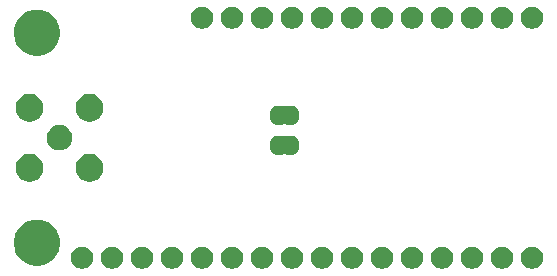
<source format=gbr>
G04 #@! TF.GenerationSoftware,KiCad,Pcbnew,(5.1.0-0)*
G04 #@! TF.CreationDate,2019-05-27T18:32:18+02:00*
G04 #@! TF.ProjectId,huzzah-cc112x-shield,68757a7a-6168-42d6-9363-313132782d73,1*
G04 #@! TF.SameCoordinates,Original*
G04 #@! TF.FileFunction,Soldermask,Bot*
G04 #@! TF.FilePolarity,Negative*
%FSLAX46Y46*%
G04 Gerber Fmt 4.6, Leading zero omitted, Abs format (unit mm)*
G04 Created by KiCad (PCBNEW (5.1.0-0)) date 2019-05-27 18:32:18*
%MOMM*%
%LPD*%
G04 APERTURE LIST*
%ADD10C,0.100000*%
G04 APERTURE END LIST*
D10*
G36*
X58059187Y-34021123D02*
G01*
X58230255Y-34091982D01*
X58230257Y-34091983D01*
X58307758Y-34143768D01*
X58384214Y-34194854D01*
X58515146Y-34325786D01*
X58618018Y-34479745D01*
X58688877Y-34650813D01*
X58725000Y-34832417D01*
X58725000Y-35017583D01*
X58688877Y-35199187D01*
X58618018Y-35370255D01*
X58618017Y-35370257D01*
X58515145Y-35524215D01*
X58384215Y-35655145D01*
X58230257Y-35758017D01*
X58230256Y-35758018D01*
X58230255Y-35758018D01*
X58059187Y-35828877D01*
X57877583Y-35865000D01*
X57692417Y-35865000D01*
X57510813Y-35828877D01*
X57339745Y-35758018D01*
X57339744Y-35758018D01*
X57339743Y-35758017D01*
X57185785Y-35655145D01*
X57054855Y-35524215D01*
X56951983Y-35370257D01*
X56951982Y-35370255D01*
X56881123Y-35199187D01*
X56845000Y-35017583D01*
X56845000Y-34832417D01*
X56881123Y-34650813D01*
X56951982Y-34479745D01*
X57054854Y-34325786D01*
X57185786Y-34194854D01*
X57262242Y-34143768D01*
X57339743Y-34091983D01*
X57339745Y-34091982D01*
X57510813Y-34021123D01*
X57692417Y-33985000D01*
X57877583Y-33985000D01*
X58059187Y-34021123D01*
X58059187Y-34021123D01*
G37*
G36*
X55519187Y-34021123D02*
G01*
X55690255Y-34091982D01*
X55690257Y-34091983D01*
X55767758Y-34143768D01*
X55844214Y-34194854D01*
X55975146Y-34325786D01*
X56078018Y-34479745D01*
X56148877Y-34650813D01*
X56185000Y-34832417D01*
X56185000Y-35017583D01*
X56148877Y-35199187D01*
X56078018Y-35370255D01*
X56078017Y-35370257D01*
X55975145Y-35524215D01*
X55844215Y-35655145D01*
X55690257Y-35758017D01*
X55690256Y-35758018D01*
X55690255Y-35758018D01*
X55519187Y-35828877D01*
X55337583Y-35865000D01*
X55152417Y-35865000D01*
X54970813Y-35828877D01*
X54799745Y-35758018D01*
X54799744Y-35758018D01*
X54799743Y-35758017D01*
X54645785Y-35655145D01*
X54514855Y-35524215D01*
X54411983Y-35370257D01*
X54411982Y-35370255D01*
X54341123Y-35199187D01*
X54305000Y-35017583D01*
X54305000Y-34832417D01*
X54341123Y-34650813D01*
X54411982Y-34479745D01*
X54514854Y-34325786D01*
X54645786Y-34194854D01*
X54722242Y-34143768D01*
X54799743Y-34091983D01*
X54799745Y-34091982D01*
X54970813Y-34021123D01*
X55152417Y-33985000D01*
X55337583Y-33985000D01*
X55519187Y-34021123D01*
X55519187Y-34021123D01*
G37*
G36*
X52979187Y-34021123D02*
G01*
X53150255Y-34091982D01*
X53150257Y-34091983D01*
X53227758Y-34143768D01*
X53304214Y-34194854D01*
X53435146Y-34325786D01*
X53538018Y-34479745D01*
X53608877Y-34650813D01*
X53645000Y-34832417D01*
X53645000Y-35017583D01*
X53608877Y-35199187D01*
X53538018Y-35370255D01*
X53538017Y-35370257D01*
X53435145Y-35524215D01*
X53304215Y-35655145D01*
X53150257Y-35758017D01*
X53150256Y-35758018D01*
X53150255Y-35758018D01*
X52979187Y-35828877D01*
X52797583Y-35865000D01*
X52612417Y-35865000D01*
X52430813Y-35828877D01*
X52259745Y-35758018D01*
X52259744Y-35758018D01*
X52259743Y-35758017D01*
X52105785Y-35655145D01*
X51974855Y-35524215D01*
X51871983Y-35370257D01*
X51871982Y-35370255D01*
X51801123Y-35199187D01*
X51765000Y-35017583D01*
X51765000Y-34832417D01*
X51801123Y-34650813D01*
X51871982Y-34479745D01*
X51974854Y-34325786D01*
X52105786Y-34194854D01*
X52182242Y-34143768D01*
X52259743Y-34091983D01*
X52259745Y-34091982D01*
X52430813Y-34021123D01*
X52612417Y-33985000D01*
X52797583Y-33985000D01*
X52979187Y-34021123D01*
X52979187Y-34021123D01*
G37*
G36*
X50439187Y-34021123D02*
G01*
X50610255Y-34091982D01*
X50610257Y-34091983D01*
X50687758Y-34143768D01*
X50764214Y-34194854D01*
X50895146Y-34325786D01*
X50998018Y-34479745D01*
X51068877Y-34650813D01*
X51105000Y-34832417D01*
X51105000Y-35017583D01*
X51068877Y-35199187D01*
X50998018Y-35370255D01*
X50998017Y-35370257D01*
X50895145Y-35524215D01*
X50764215Y-35655145D01*
X50610257Y-35758017D01*
X50610256Y-35758018D01*
X50610255Y-35758018D01*
X50439187Y-35828877D01*
X50257583Y-35865000D01*
X50072417Y-35865000D01*
X49890813Y-35828877D01*
X49719745Y-35758018D01*
X49719744Y-35758018D01*
X49719743Y-35758017D01*
X49565785Y-35655145D01*
X49434855Y-35524215D01*
X49331983Y-35370257D01*
X49331982Y-35370255D01*
X49261123Y-35199187D01*
X49225000Y-35017583D01*
X49225000Y-34832417D01*
X49261123Y-34650813D01*
X49331982Y-34479745D01*
X49434854Y-34325786D01*
X49565786Y-34194854D01*
X49642242Y-34143768D01*
X49719743Y-34091983D01*
X49719745Y-34091982D01*
X49890813Y-34021123D01*
X50072417Y-33985000D01*
X50257583Y-33985000D01*
X50439187Y-34021123D01*
X50439187Y-34021123D01*
G37*
G36*
X47899187Y-34021123D02*
G01*
X48070255Y-34091982D01*
X48070257Y-34091983D01*
X48147758Y-34143768D01*
X48224214Y-34194854D01*
X48355146Y-34325786D01*
X48458018Y-34479745D01*
X48528877Y-34650813D01*
X48565000Y-34832417D01*
X48565000Y-35017583D01*
X48528877Y-35199187D01*
X48458018Y-35370255D01*
X48458017Y-35370257D01*
X48355145Y-35524215D01*
X48224215Y-35655145D01*
X48070257Y-35758017D01*
X48070256Y-35758018D01*
X48070255Y-35758018D01*
X47899187Y-35828877D01*
X47717583Y-35865000D01*
X47532417Y-35865000D01*
X47350813Y-35828877D01*
X47179745Y-35758018D01*
X47179744Y-35758018D01*
X47179743Y-35758017D01*
X47025785Y-35655145D01*
X46894855Y-35524215D01*
X46791983Y-35370257D01*
X46791982Y-35370255D01*
X46721123Y-35199187D01*
X46685000Y-35017583D01*
X46685000Y-34832417D01*
X46721123Y-34650813D01*
X46791982Y-34479745D01*
X46894854Y-34325786D01*
X47025786Y-34194854D01*
X47102242Y-34143768D01*
X47179743Y-34091983D01*
X47179745Y-34091982D01*
X47350813Y-34021123D01*
X47532417Y-33985000D01*
X47717583Y-33985000D01*
X47899187Y-34021123D01*
X47899187Y-34021123D01*
G37*
G36*
X45359187Y-34021123D02*
G01*
X45530255Y-34091982D01*
X45530257Y-34091983D01*
X45607758Y-34143768D01*
X45684214Y-34194854D01*
X45815146Y-34325786D01*
X45918018Y-34479745D01*
X45988877Y-34650813D01*
X46025000Y-34832417D01*
X46025000Y-35017583D01*
X45988877Y-35199187D01*
X45918018Y-35370255D01*
X45918017Y-35370257D01*
X45815145Y-35524215D01*
X45684215Y-35655145D01*
X45530257Y-35758017D01*
X45530256Y-35758018D01*
X45530255Y-35758018D01*
X45359187Y-35828877D01*
X45177583Y-35865000D01*
X44992417Y-35865000D01*
X44810813Y-35828877D01*
X44639745Y-35758018D01*
X44639744Y-35758018D01*
X44639743Y-35758017D01*
X44485785Y-35655145D01*
X44354855Y-35524215D01*
X44251983Y-35370257D01*
X44251982Y-35370255D01*
X44181123Y-35199187D01*
X44145000Y-35017583D01*
X44145000Y-34832417D01*
X44181123Y-34650813D01*
X44251982Y-34479745D01*
X44354854Y-34325786D01*
X44485786Y-34194854D01*
X44562242Y-34143768D01*
X44639743Y-34091983D01*
X44639745Y-34091982D01*
X44810813Y-34021123D01*
X44992417Y-33985000D01*
X45177583Y-33985000D01*
X45359187Y-34021123D01*
X45359187Y-34021123D01*
G37*
G36*
X42819187Y-34021123D02*
G01*
X42990255Y-34091982D01*
X42990257Y-34091983D01*
X43067758Y-34143768D01*
X43144214Y-34194854D01*
X43275146Y-34325786D01*
X43378018Y-34479745D01*
X43448877Y-34650813D01*
X43485000Y-34832417D01*
X43485000Y-35017583D01*
X43448877Y-35199187D01*
X43378018Y-35370255D01*
X43378017Y-35370257D01*
X43275145Y-35524215D01*
X43144215Y-35655145D01*
X42990257Y-35758017D01*
X42990256Y-35758018D01*
X42990255Y-35758018D01*
X42819187Y-35828877D01*
X42637583Y-35865000D01*
X42452417Y-35865000D01*
X42270813Y-35828877D01*
X42099745Y-35758018D01*
X42099744Y-35758018D01*
X42099743Y-35758017D01*
X41945785Y-35655145D01*
X41814855Y-35524215D01*
X41711983Y-35370257D01*
X41711982Y-35370255D01*
X41641123Y-35199187D01*
X41605000Y-35017583D01*
X41605000Y-34832417D01*
X41641123Y-34650813D01*
X41711982Y-34479745D01*
X41814854Y-34325786D01*
X41945786Y-34194854D01*
X42022242Y-34143768D01*
X42099743Y-34091983D01*
X42099745Y-34091982D01*
X42270813Y-34021123D01*
X42452417Y-33985000D01*
X42637583Y-33985000D01*
X42819187Y-34021123D01*
X42819187Y-34021123D01*
G37*
G36*
X40279187Y-34021123D02*
G01*
X40450255Y-34091982D01*
X40450257Y-34091983D01*
X40527758Y-34143768D01*
X40604214Y-34194854D01*
X40735146Y-34325786D01*
X40838018Y-34479745D01*
X40908877Y-34650813D01*
X40945000Y-34832417D01*
X40945000Y-35017583D01*
X40908877Y-35199187D01*
X40838018Y-35370255D01*
X40838017Y-35370257D01*
X40735145Y-35524215D01*
X40604215Y-35655145D01*
X40450257Y-35758017D01*
X40450256Y-35758018D01*
X40450255Y-35758018D01*
X40279187Y-35828877D01*
X40097583Y-35865000D01*
X39912417Y-35865000D01*
X39730813Y-35828877D01*
X39559745Y-35758018D01*
X39559744Y-35758018D01*
X39559743Y-35758017D01*
X39405785Y-35655145D01*
X39274855Y-35524215D01*
X39171983Y-35370257D01*
X39171982Y-35370255D01*
X39101123Y-35199187D01*
X39065000Y-35017583D01*
X39065000Y-34832417D01*
X39101123Y-34650813D01*
X39171982Y-34479745D01*
X39274854Y-34325786D01*
X39405786Y-34194854D01*
X39482242Y-34143768D01*
X39559743Y-34091983D01*
X39559745Y-34091982D01*
X39730813Y-34021123D01*
X39912417Y-33985000D01*
X40097583Y-33985000D01*
X40279187Y-34021123D01*
X40279187Y-34021123D01*
G37*
G36*
X37739187Y-34021123D02*
G01*
X37910255Y-34091982D01*
X37910257Y-34091983D01*
X37987758Y-34143768D01*
X38064214Y-34194854D01*
X38195146Y-34325786D01*
X38298018Y-34479745D01*
X38368877Y-34650813D01*
X38405000Y-34832417D01*
X38405000Y-35017583D01*
X38368877Y-35199187D01*
X38298018Y-35370255D01*
X38298017Y-35370257D01*
X38195145Y-35524215D01*
X38064215Y-35655145D01*
X37910257Y-35758017D01*
X37910256Y-35758018D01*
X37910255Y-35758018D01*
X37739187Y-35828877D01*
X37557583Y-35865000D01*
X37372417Y-35865000D01*
X37190813Y-35828877D01*
X37019745Y-35758018D01*
X37019744Y-35758018D01*
X37019743Y-35758017D01*
X36865785Y-35655145D01*
X36734855Y-35524215D01*
X36631983Y-35370257D01*
X36631982Y-35370255D01*
X36561123Y-35199187D01*
X36525000Y-35017583D01*
X36525000Y-34832417D01*
X36561123Y-34650813D01*
X36631982Y-34479745D01*
X36734854Y-34325786D01*
X36865786Y-34194854D01*
X36942242Y-34143768D01*
X37019743Y-34091983D01*
X37019745Y-34091982D01*
X37190813Y-34021123D01*
X37372417Y-33985000D01*
X37557583Y-33985000D01*
X37739187Y-34021123D01*
X37739187Y-34021123D01*
G37*
G36*
X35199187Y-34021123D02*
G01*
X35370255Y-34091982D01*
X35370257Y-34091983D01*
X35447758Y-34143768D01*
X35524214Y-34194854D01*
X35655146Y-34325786D01*
X35758018Y-34479745D01*
X35828877Y-34650813D01*
X35865000Y-34832417D01*
X35865000Y-35017583D01*
X35828877Y-35199187D01*
X35758018Y-35370255D01*
X35758017Y-35370257D01*
X35655145Y-35524215D01*
X35524215Y-35655145D01*
X35370257Y-35758017D01*
X35370256Y-35758018D01*
X35370255Y-35758018D01*
X35199187Y-35828877D01*
X35017583Y-35865000D01*
X34832417Y-35865000D01*
X34650813Y-35828877D01*
X34479745Y-35758018D01*
X34479744Y-35758018D01*
X34479743Y-35758017D01*
X34325785Y-35655145D01*
X34194855Y-35524215D01*
X34091983Y-35370257D01*
X34091982Y-35370255D01*
X34021123Y-35199187D01*
X33985000Y-35017583D01*
X33985000Y-34832417D01*
X34021123Y-34650813D01*
X34091982Y-34479745D01*
X34194854Y-34325786D01*
X34325786Y-34194854D01*
X34402242Y-34143768D01*
X34479743Y-34091983D01*
X34479745Y-34091982D01*
X34650813Y-34021123D01*
X34832417Y-33985000D01*
X35017583Y-33985000D01*
X35199187Y-34021123D01*
X35199187Y-34021123D01*
G37*
G36*
X32659187Y-34021123D02*
G01*
X32830255Y-34091982D01*
X32830257Y-34091983D01*
X32907758Y-34143768D01*
X32984214Y-34194854D01*
X33115146Y-34325786D01*
X33218018Y-34479745D01*
X33288877Y-34650813D01*
X33325000Y-34832417D01*
X33325000Y-35017583D01*
X33288877Y-35199187D01*
X33218018Y-35370255D01*
X33218017Y-35370257D01*
X33115145Y-35524215D01*
X32984215Y-35655145D01*
X32830257Y-35758017D01*
X32830256Y-35758018D01*
X32830255Y-35758018D01*
X32659187Y-35828877D01*
X32477583Y-35865000D01*
X32292417Y-35865000D01*
X32110813Y-35828877D01*
X31939745Y-35758018D01*
X31939744Y-35758018D01*
X31939743Y-35758017D01*
X31785785Y-35655145D01*
X31654855Y-35524215D01*
X31551983Y-35370257D01*
X31551982Y-35370255D01*
X31481123Y-35199187D01*
X31445000Y-35017583D01*
X31445000Y-34832417D01*
X31481123Y-34650813D01*
X31551982Y-34479745D01*
X31654854Y-34325786D01*
X31785786Y-34194854D01*
X31862242Y-34143768D01*
X31939743Y-34091983D01*
X31939745Y-34091982D01*
X32110813Y-34021123D01*
X32292417Y-33985000D01*
X32477583Y-33985000D01*
X32659187Y-34021123D01*
X32659187Y-34021123D01*
G37*
G36*
X30119187Y-34021123D02*
G01*
X30290255Y-34091982D01*
X30290257Y-34091983D01*
X30367758Y-34143768D01*
X30444214Y-34194854D01*
X30575146Y-34325786D01*
X30678018Y-34479745D01*
X30748877Y-34650813D01*
X30785000Y-34832417D01*
X30785000Y-35017583D01*
X30748877Y-35199187D01*
X30678018Y-35370255D01*
X30678017Y-35370257D01*
X30575145Y-35524215D01*
X30444215Y-35655145D01*
X30290257Y-35758017D01*
X30290256Y-35758018D01*
X30290255Y-35758018D01*
X30119187Y-35828877D01*
X29937583Y-35865000D01*
X29752417Y-35865000D01*
X29570813Y-35828877D01*
X29399745Y-35758018D01*
X29399744Y-35758018D01*
X29399743Y-35758017D01*
X29245785Y-35655145D01*
X29114855Y-35524215D01*
X29011983Y-35370257D01*
X29011982Y-35370255D01*
X28941123Y-35199187D01*
X28905000Y-35017583D01*
X28905000Y-34832417D01*
X28941123Y-34650813D01*
X29011982Y-34479745D01*
X29114854Y-34325786D01*
X29245786Y-34194854D01*
X29322242Y-34143768D01*
X29399743Y-34091983D01*
X29399745Y-34091982D01*
X29570813Y-34021123D01*
X29752417Y-33985000D01*
X29937583Y-33985000D01*
X30119187Y-34021123D01*
X30119187Y-34021123D01*
G37*
G36*
X27579187Y-34021123D02*
G01*
X27750255Y-34091982D01*
X27750257Y-34091983D01*
X27827758Y-34143768D01*
X27904214Y-34194854D01*
X28035146Y-34325786D01*
X28138018Y-34479745D01*
X28208877Y-34650813D01*
X28245000Y-34832417D01*
X28245000Y-35017583D01*
X28208877Y-35199187D01*
X28138018Y-35370255D01*
X28138017Y-35370257D01*
X28035145Y-35524215D01*
X27904215Y-35655145D01*
X27750257Y-35758017D01*
X27750256Y-35758018D01*
X27750255Y-35758018D01*
X27579187Y-35828877D01*
X27397583Y-35865000D01*
X27212417Y-35865000D01*
X27030813Y-35828877D01*
X26859745Y-35758018D01*
X26859744Y-35758018D01*
X26859743Y-35758017D01*
X26705785Y-35655145D01*
X26574855Y-35524215D01*
X26471983Y-35370257D01*
X26471982Y-35370255D01*
X26401123Y-35199187D01*
X26365000Y-35017583D01*
X26365000Y-34832417D01*
X26401123Y-34650813D01*
X26471982Y-34479745D01*
X26574854Y-34325786D01*
X26705786Y-34194854D01*
X26782242Y-34143768D01*
X26859743Y-34091983D01*
X26859745Y-34091982D01*
X27030813Y-34021123D01*
X27212417Y-33985000D01*
X27397583Y-33985000D01*
X27579187Y-34021123D01*
X27579187Y-34021123D01*
G37*
G36*
X25039187Y-34021123D02*
G01*
X25210255Y-34091982D01*
X25210257Y-34091983D01*
X25287758Y-34143768D01*
X25364214Y-34194854D01*
X25495146Y-34325786D01*
X25598018Y-34479745D01*
X25668877Y-34650813D01*
X25705000Y-34832417D01*
X25705000Y-35017583D01*
X25668877Y-35199187D01*
X25598018Y-35370255D01*
X25598017Y-35370257D01*
X25495145Y-35524215D01*
X25364215Y-35655145D01*
X25210257Y-35758017D01*
X25210256Y-35758018D01*
X25210255Y-35758018D01*
X25039187Y-35828877D01*
X24857583Y-35865000D01*
X24672417Y-35865000D01*
X24490813Y-35828877D01*
X24319745Y-35758018D01*
X24319744Y-35758018D01*
X24319743Y-35758017D01*
X24165785Y-35655145D01*
X24034855Y-35524215D01*
X23931983Y-35370257D01*
X23931982Y-35370255D01*
X23861123Y-35199187D01*
X23825000Y-35017583D01*
X23825000Y-34832417D01*
X23861123Y-34650813D01*
X23931982Y-34479745D01*
X24034854Y-34325786D01*
X24165786Y-34194854D01*
X24242242Y-34143768D01*
X24319743Y-34091983D01*
X24319745Y-34091982D01*
X24490813Y-34021123D01*
X24672417Y-33985000D01*
X24857583Y-33985000D01*
X25039187Y-34021123D01*
X25039187Y-34021123D01*
G37*
G36*
X22499187Y-34021123D02*
G01*
X22670255Y-34091982D01*
X22670257Y-34091983D01*
X22747758Y-34143768D01*
X22824214Y-34194854D01*
X22955146Y-34325786D01*
X23058018Y-34479745D01*
X23128877Y-34650813D01*
X23165000Y-34832417D01*
X23165000Y-35017583D01*
X23128877Y-35199187D01*
X23058018Y-35370255D01*
X23058017Y-35370257D01*
X22955145Y-35524215D01*
X22824215Y-35655145D01*
X22670257Y-35758017D01*
X22670256Y-35758018D01*
X22670255Y-35758018D01*
X22499187Y-35828877D01*
X22317583Y-35865000D01*
X22132417Y-35865000D01*
X21950813Y-35828877D01*
X21779745Y-35758018D01*
X21779744Y-35758018D01*
X21779743Y-35758017D01*
X21625785Y-35655145D01*
X21494855Y-35524215D01*
X21391983Y-35370257D01*
X21391982Y-35370255D01*
X21321123Y-35199187D01*
X21285000Y-35017583D01*
X21285000Y-34832417D01*
X21321123Y-34650813D01*
X21391982Y-34479745D01*
X21494854Y-34325786D01*
X21625786Y-34194854D01*
X21702242Y-34143768D01*
X21779743Y-34091983D01*
X21779745Y-34091982D01*
X21950813Y-34021123D01*
X22132417Y-33985000D01*
X22317583Y-33985000D01*
X22499187Y-34021123D01*
X22499187Y-34021123D01*
G37*
G36*
X19959187Y-34021123D02*
G01*
X20130255Y-34091982D01*
X20130257Y-34091983D01*
X20207758Y-34143768D01*
X20284214Y-34194854D01*
X20415146Y-34325786D01*
X20518018Y-34479745D01*
X20588877Y-34650813D01*
X20625000Y-34832417D01*
X20625000Y-35017583D01*
X20588877Y-35199187D01*
X20518018Y-35370255D01*
X20518017Y-35370257D01*
X20415145Y-35524215D01*
X20284215Y-35655145D01*
X20130257Y-35758017D01*
X20130256Y-35758018D01*
X20130255Y-35758018D01*
X19959187Y-35828877D01*
X19777583Y-35865000D01*
X19592417Y-35865000D01*
X19410813Y-35828877D01*
X19239745Y-35758018D01*
X19239744Y-35758018D01*
X19239743Y-35758017D01*
X19085785Y-35655145D01*
X18954855Y-35524215D01*
X18851983Y-35370257D01*
X18851982Y-35370255D01*
X18781123Y-35199187D01*
X18745000Y-35017583D01*
X18745000Y-34832417D01*
X18781123Y-34650813D01*
X18851982Y-34479745D01*
X18954854Y-34325786D01*
X19085786Y-34194854D01*
X19162242Y-34143768D01*
X19239743Y-34091983D01*
X19239745Y-34091982D01*
X19410813Y-34021123D01*
X19592417Y-33985000D01*
X19777583Y-33985000D01*
X19959187Y-34021123D01*
X19959187Y-34021123D01*
G37*
G36*
X16319579Y-31749112D02*
G01*
X16445544Y-31774168D01*
X16592991Y-31835243D01*
X16801512Y-31921615D01*
X16801513Y-31921616D01*
X17121877Y-32135676D01*
X17394324Y-32408123D01*
X17537355Y-32622184D01*
X17608385Y-32728488D01*
X17694757Y-32937009D01*
X17755832Y-33084456D01*
X17831000Y-33462351D01*
X17831000Y-33847649D01*
X17755832Y-34225544D01*
X17714310Y-34325786D01*
X17608385Y-34581512D01*
X17608384Y-34581513D01*
X17394324Y-34901877D01*
X17121877Y-35174324D01*
X17084665Y-35199188D01*
X16801512Y-35388385D01*
X16592991Y-35474757D01*
X16445544Y-35535832D01*
X16319579Y-35560888D01*
X16067651Y-35611000D01*
X15682349Y-35611000D01*
X15430421Y-35560888D01*
X15304456Y-35535832D01*
X15157009Y-35474757D01*
X14948488Y-35388385D01*
X14665335Y-35199188D01*
X14628123Y-35174324D01*
X14355676Y-34901877D01*
X14141616Y-34581513D01*
X14141615Y-34581512D01*
X14035690Y-34325786D01*
X13994168Y-34225544D01*
X13919000Y-33847649D01*
X13919000Y-33462351D01*
X13994168Y-33084456D01*
X14055243Y-32937009D01*
X14141615Y-32728488D01*
X14212645Y-32622184D01*
X14355676Y-32408123D01*
X14628123Y-32135676D01*
X14948487Y-31921616D01*
X14948488Y-31921615D01*
X15157009Y-31835243D01*
X15304456Y-31774168D01*
X15430421Y-31749112D01*
X15682349Y-31699000D01*
X16067651Y-31699000D01*
X16319579Y-31749112D01*
X16319579Y-31749112D01*
G37*
G36*
X20482616Y-26138307D02*
G01*
X20663027Y-26174193D01*
X20877045Y-26262842D01*
X20877046Y-26262843D01*
X21069654Y-26391539D01*
X21233461Y-26555346D01*
X21319258Y-26683751D01*
X21362158Y-26747955D01*
X21450807Y-26961973D01*
X21496000Y-27189174D01*
X21496000Y-27420826D01*
X21450807Y-27648027D01*
X21362158Y-27862045D01*
X21362157Y-27862046D01*
X21233461Y-28054654D01*
X21069654Y-28218461D01*
X20941249Y-28304258D01*
X20877045Y-28347158D01*
X20663027Y-28435807D01*
X20511560Y-28465936D01*
X20435827Y-28481000D01*
X20204173Y-28481000D01*
X20128440Y-28465936D01*
X19976973Y-28435807D01*
X19762955Y-28347158D01*
X19698751Y-28304258D01*
X19570346Y-28218461D01*
X19406539Y-28054654D01*
X19277843Y-27862046D01*
X19277842Y-27862045D01*
X19189193Y-27648027D01*
X19144000Y-27420826D01*
X19144000Y-27189174D01*
X19189193Y-26961973D01*
X19277842Y-26747955D01*
X19320742Y-26683751D01*
X19406539Y-26555346D01*
X19570346Y-26391539D01*
X19762954Y-26262843D01*
X19762955Y-26262842D01*
X19976973Y-26174193D01*
X20157384Y-26138307D01*
X20204173Y-26129000D01*
X20435827Y-26129000D01*
X20482616Y-26138307D01*
X20482616Y-26138307D01*
G37*
G36*
X15402616Y-26138307D02*
G01*
X15583027Y-26174193D01*
X15797045Y-26262842D01*
X15797046Y-26262843D01*
X15989654Y-26391539D01*
X16153461Y-26555346D01*
X16239258Y-26683751D01*
X16282158Y-26747955D01*
X16370807Y-26961973D01*
X16416000Y-27189174D01*
X16416000Y-27420826D01*
X16370807Y-27648027D01*
X16282158Y-27862045D01*
X16282157Y-27862046D01*
X16153461Y-28054654D01*
X15989654Y-28218461D01*
X15861249Y-28304258D01*
X15797045Y-28347158D01*
X15583027Y-28435807D01*
X15431560Y-28465936D01*
X15355827Y-28481000D01*
X15124173Y-28481000D01*
X15048440Y-28465936D01*
X14896973Y-28435807D01*
X14682955Y-28347158D01*
X14618751Y-28304258D01*
X14490346Y-28218461D01*
X14326539Y-28054654D01*
X14197843Y-27862046D01*
X14197842Y-27862045D01*
X14109193Y-27648027D01*
X14064000Y-27420826D01*
X14064000Y-27189174D01*
X14109193Y-26961973D01*
X14197842Y-26747955D01*
X14240742Y-26683751D01*
X14326539Y-26555346D01*
X14490346Y-26391539D01*
X14682954Y-26262843D01*
X14682955Y-26262842D01*
X14896973Y-26174193D01*
X15077384Y-26138307D01*
X15124173Y-26129000D01*
X15355827Y-26129000D01*
X15402616Y-26138307D01*
X15402616Y-26138307D01*
G37*
G36*
X36689999Y-24599737D02*
G01*
X36699608Y-24602652D01*
X36708472Y-24607390D01*
X36716237Y-24613763D01*
X36726448Y-24626206D01*
X36733378Y-24636575D01*
X36750705Y-24653902D01*
X36771080Y-24667515D01*
X36793720Y-24676891D01*
X36817753Y-24681671D01*
X36842257Y-24681670D01*
X36866290Y-24676888D01*
X36888929Y-24667510D01*
X36909302Y-24653895D01*
X36926629Y-24636568D01*
X36933558Y-24626198D01*
X36943763Y-24613763D01*
X36951528Y-24607390D01*
X36960392Y-24602652D01*
X36970001Y-24599737D01*
X36986140Y-24598148D01*
X37473861Y-24598148D01*
X37492199Y-24599954D01*
X37504450Y-24600556D01*
X37522869Y-24600556D01*
X37545149Y-24602750D01*
X37629233Y-24619476D01*
X37650660Y-24625976D01*
X37729858Y-24658780D01*
X37735303Y-24661691D01*
X37735309Y-24661693D01*
X37744169Y-24666429D01*
X37744173Y-24666432D01*
X37749614Y-24669340D01*
X37820899Y-24716971D01*
X37838204Y-24731172D01*
X37898828Y-24791796D01*
X37913029Y-24809101D01*
X37960660Y-24880386D01*
X37963568Y-24885827D01*
X37963571Y-24885831D01*
X37968307Y-24894691D01*
X37968309Y-24894697D01*
X37971220Y-24900142D01*
X38004024Y-24979340D01*
X38010524Y-25000767D01*
X38027250Y-25084851D01*
X38029444Y-25107131D01*
X38029444Y-25125550D01*
X38030046Y-25137801D01*
X38031852Y-25156139D01*
X38031852Y-25643862D01*
X38030046Y-25662199D01*
X38029444Y-25674450D01*
X38029444Y-25692869D01*
X38027250Y-25715149D01*
X38010524Y-25799233D01*
X38004024Y-25820660D01*
X37971220Y-25899858D01*
X37968309Y-25905303D01*
X37968307Y-25905309D01*
X37963571Y-25914169D01*
X37963568Y-25914173D01*
X37960660Y-25919614D01*
X37913029Y-25990899D01*
X37898828Y-26008204D01*
X37838204Y-26068828D01*
X37820899Y-26083029D01*
X37749614Y-26130660D01*
X37744173Y-26133568D01*
X37744169Y-26133571D01*
X37735309Y-26138307D01*
X37735303Y-26138309D01*
X37729858Y-26141220D01*
X37650660Y-26174024D01*
X37629233Y-26180524D01*
X37545149Y-26197250D01*
X37522869Y-26199444D01*
X37504450Y-26199444D01*
X37492199Y-26200046D01*
X37473862Y-26201852D01*
X36986140Y-26201852D01*
X36970001Y-26200263D01*
X36960392Y-26197348D01*
X36951528Y-26192610D01*
X36943763Y-26186237D01*
X36933552Y-26173794D01*
X36926622Y-26163425D01*
X36909295Y-26146098D01*
X36888920Y-26132485D01*
X36866280Y-26123109D01*
X36842247Y-26118329D01*
X36817743Y-26118330D01*
X36793710Y-26123112D01*
X36771071Y-26132490D01*
X36750698Y-26146105D01*
X36733371Y-26163432D01*
X36726442Y-26173802D01*
X36716237Y-26186237D01*
X36708472Y-26192610D01*
X36699608Y-26197348D01*
X36689999Y-26200263D01*
X36673860Y-26201852D01*
X36186138Y-26201852D01*
X36167801Y-26200046D01*
X36155550Y-26199444D01*
X36137131Y-26199444D01*
X36114851Y-26197250D01*
X36030767Y-26180524D01*
X36009340Y-26174024D01*
X35930142Y-26141220D01*
X35924697Y-26138309D01*
X35924691Y-26138307D01*
X35915831Y-26133571D01*
X35915827Y-26133568D01*
X35910386Y-26130660D01*
X35839101Y-26083029D01*
X35821796Y-26068828D01*
X35761172Y-26008204D01*
X35746971Y-25990899D01*
X35699340Y-25919614D01*
X35696432Y-25914173D01*
X35696429Y-25914169D01*
X35691693Y-25905309D01*
X35691691Y-25905303D01*
X35688780Y-25899858D01*
X35655976Y-25820660D01*
X35649476Y-25799233D01*
X35632750Y-25715149D01*
X35630556Y-25692869D01*
X35630556Y-25674450D01*
X35629954Y-25662199D01*
X35628148Y-25643862D01*
X35628148Y-25156139D01*
X35629954Y-25137801D01*
X35630556Y-25125550D01*
X35630556Y-25107131D01*
X35632750Y-25084851D01*
X35649476Y-25000767D01*
X35655976Y-24979340D01*
X35688780Y-24900142D01*
X35691691Y-24894697D01*
X35691693Y-24894691D01*
X35696429Y-24885831D01*
X35696432Y-24885827D01*
X35699340Y-24880386D01*
X35746971Y-24809101D01*
X35761172Y-24791796D01*
X35821796Y-24731172D01*
X35839101Y-24716971D01*
X35910386Y-24669340D01*
X35915827Y-24666432D01*
X35915831Y-24666429D01*
X35924691Y-24661693D01*
X35924697Y-24661691D01*
X35930142Y-24658780D01*
X36009340Y-24625976D01*
X36030767Y-24619476D01*
X36114851Y-24602750D01*
X36137131Y-24600556D01*
X36155550Y-24600556D01*
X36167801Y-24599954D01*
X36186139Y-24598148D01*
X36673860Y-24598148D01*
X36689999Y-24599737D01*
X36689999Y-24599737D01*
G37*
G36*
X17955271Y-23702783D02*
G01*
X18093858Y-23730350D01*
X18289677Y-23811461D01*
X18465910Y-23929216D01*
X18615784Y-24079090D01*
X18733539Y-24255323D01*
X18814650Y-24451142D01*
X18814650Y-24451144D01*
X18856000Y-24659022D01*
X18856000Y-24870978D01*
X18851283Y-24894691D01*
X18814650Y-25078858D01*
X18733539Y-25274677D01*
X18615784Y-25450910D01*
X18465910Y-25600784D01*
X18289677Y-25718539D01*
X18093858Y-25799650D01*
X17988233Y-25820660D01*
X17885978Y-25841000D01*
X17674022Y-25841000D01*
X17571767Y-25820660D01*
X17466142Y-25799650D01*
X17270323Y-25718539D01*
X17094090Y-25600784D01*
X16944216Y-25450910D01*
X16826461Y-25274677D01*
X16745350Y-25078858D01*
X16708717Y-24894691D01*
X16704000Y-24870978D01*
X16704000Y-24659022D01*
X16745350Y-24451144D01*
X16745350Y-24451142D01*
X16826461Y-24255323D01*
X16944216Y-24079090D01*
X17094090Y-23929216D01*
X17270323Y-23811461D01*
X17466142Y-23730350D01*
X17604729Y-23702783D01*
X17674022Y-23689000D01*
X17885978Y-23689000D01*
X17955271Y-23702783D01*
X17955271Y-23702783D01*
G37*
G36*
X36689999Y-22059737D02*
G01*
X36699608Y-22062652D01*
X36708472Y-22067390D01*
X36716237Y-22073763D01*
X36726448Y-22086206D01*
X36733378Y-22096575D01*
X36750705Y-22113902D01*
X36771080Y-22127515D01*
X36793720Y-22136891D01*
X36817753Y-22141671D01*
X36842257Y-22141670D01*
X36866290Y-22136888D01*
X36888929Y-22127510D01*
X36909302Y-22113895D01*
X36926629Y-22096568D01*
X36933558Y-22086198D01*
X36943763Y-22073763D01*
X36951528Y-22067390D01*
X36960392Y-22062652D01*
X36970001Y-22059737D01*
X36986140Y-22058148D01*
X37473861Y-22058148D01*
X37492199Y-22059954D01*
X37504450Y-22060556D01*
X37522869Y-22060556D01*
X37545149Y-22062750D01*
X37629233Y-22079476D01*
X37650660Y-22085976D01*
X37729858Y-22118780D01*
X37735303Y-22121691D01*
X37735309Y-22121693D01*
X37744169Y-22126429D01*
X37744173Y-22126432D01*
X37749614Y-22129340D01*
X37820899Y-22176971D01*
X37838204Y-22191172D01*
X37898828Y-22251796D01*
X37913029Y-22269101D01*
X37960660Y-22340386D01*
X37963568Y-22345827D01*
X37963571Y-22345831D01*
X37968307Y-22354691D01*
X37968309Y-22354697D01*
X37971220Y-22360142D01*
X38004024Y-22439340D01*
X38010524Y-22460767D01*
X38027250Y-22544851D01*
X38029444Y-22567131D01*
X38029444Y-22585550D01*
X38030046Y-22597801D01*
X38031852Y-22616139D01*
X38031852Y-23103862D01*
X38030046Y-23122199D01*
X38029444Y-23134450D01*
X38029444Y-23152869D01*
X38027250Y-23175149D01*
X38010524Y-23259233D01*
X38004024Y-23280660D01*
X37971220Y-23359858D01*
X37968309Y-23365303D01*
X37968307Y-23365309D01*
X37963571Y-23374169D01*
X37963568Y-23374173D01*
X37960660Y-23379614D01*
X37913029Y-23450899D01*
X37898828Y-23468204D01*
X37838204Y-23528828D01*
X37820899Y-23543029D01*
X37749614Y-23590660D01*
X37744173Y-23593568D01*
X37744169Y-23593571D01*
X37735309Y-23598307D01*
X37735303Y-23598309D01*
X37729858Y-23601220D01*
X37650660Y-23634024D01*
X37629233Y-23640524D01*
X37545149Y-23657250D01*
X37522869Y-23659444D01*
X37504450Y-23659444D01*
X37492199Y-23660046D01*
X37473862Y-23661852D01*
X36986140Y-23661852D01*
X36970001Y-23660263D01*
X36960392Y-23657348D01*
X36951528Y-23652610D01*
X36943763Y-23646237D01*
X36933552Y-23633794D01*
X36926622Y-23623425D01*
X36909295Y-23606098D01*
X36888920Y-23592485D01*
X36866280Y-23583109D01*
X36842247Y-23578329D01*
X36817743Y-23578330D01*
X36793710Y-23583112D01*
X36771071Y-23592490D01*
X36750698Y-23606105D01*
X36733371Y-23623432D01*
X36726442Y-23633802D01*
X36716237Y-23646237D01*
X36708472Y-23652610D01*
X36699608Y-23657348D01*
X36689999Y-23660263D01*
X36673860Y-23661852D01*
X36186138Y-23661852D01*
X36167801Y-23660046D01*
X36155550Y-23659444D01*
X36137131Y-23659444D01*
X36114851Y-23657250D01*
X36030767Y-23640524D01*
X36009340Y-23634024D01*
X35930142Y-23601220D01*
X35924697Y-23598309D01*
X35924691Y-23598307D01*
X35915831Y-23593571D01*
X35915827Y-23593568D01*
X35910386Y-23590660D01*
X35839101Y-23543029D01*
X35821796Y-23528828D01*
X35761172Y-23468204D01*
X35746971Y-23450899D01*
X35699340Y-23379614D01*
X35696432Y-23374173D01*
X35696429Y-23374169D01*
X35691693Y-23365309D01*
X35691691Y-23365303D01*
X35688780Y-23359858D01*
X35655976Y-23280660D01*
X35649476Y-23259233D01*
X35632750Y-23175149D01*
X35630556Y-23152869D01*
X35630556Y-23134450D01*
X35629954Y-23122199D01*
X35628148Y-23103862D01*
X35628148Y-22616139D01*
X35629954Y-22597801D01*
X35630556Y-22585550D01*
X35630556Y-22567131D01*
X35632750Y-22544851D01*
X35649476Y-22460767D01*
X35655976Y-22439340D01*
X35688780Y-22360142D01*
X35691691Y-22354697D01*
X35691693Y-22354691D01*
X35696429Y-22345831D01*
X35696432Y-22345827D01*
X35699340Y-22340386D01*
X35746971Y-22269101D01*
X35761172Y-22251796D01*
X35821796Y-22191172D01*
X35839101Y-22176971D01*
X35910386Y-22129340D01*
X35915827Y-22126432D01*
X35915831Y-22126429D01*
X35924691Y-22121693D01*
X35924697Y-22121691D01*
X35930142Y-22118780D01*
X36009340Y-22085976D01*
X36030767Y-22079476D01*
X36114851Y-22062750D01*
X36137131Y-22060556D01*
X36155550Y-22060556D01*
X36167801Y-22059954D01*
X36186139Y-22058148D01*
X36673860Y-22058148D01*
X36689999Y-22059737D01*
X36689999Y-22059737D01*
G37*
G36*
X15431560Y-21064064D02*
G01*
X15583027Y-21094193D01*
X15797045Y-21182842D01*
X15797046Y-21182843D01*
X15989654Y-21311539D01*
X16153461Y-21475346D01*
X16239258Y-21603751D01*
X16282158Y-21667955D01*
X16370807Y-21881973D01*
X16370807Y-21881975D01*
X16416000Y-22109173D01*
X16416000Y-22340827D01*
X16413242Y-22354691D01*
X16370807Y-22568027D01*
X16282158Y-22782045D01*
X16282157Y-22782046D01*
X16153461Y-22974654D01*
X15989654Y-23138461D01*
X15943938Y-23169007D01*
X15797045Y-23267158D01*
X15583027Y-23355807D01*
X15431560Y-23385936D01*
X15355827Y-23401000D01*
X15124173Y-23401000D01*
X15048440Y-23385936D01*
X14896973Y-23355807D01*
X14682955Y-23267158D01*
X14536062Y-23169007D01*
X14490346Y-23138461D01*
X14326539Y-22974654D01*
X14197843Y-22782046D01*
X14197842Y-22782045D01*
X14109193Y-22568027D01*
X14066758Y-22354691D01*
X14064000Y-22340827D01*
X14064000Y-22109173D01*
X14109193Y-21881975D01*
X14109193Y-21881973D01*
X14197842Y-21667955D01*
X14240742Y-21603751D01*
X14326539Y-21475346D01*
X14490346Y-21311539D01*
X14682954Y-21182843D01*
X14682955Y-21182842D01*
X14896973Y-21094193D01*
X15048440Y-21064064D01*
X15124173Y-21049000D01*
X15355827Y-21049000D01*
X15431560Y-21064064D01*
X15431560Y-21064064D01*
G37*
G36*
X20511560Y-21064064D02*
G01*
X20663027Y-21094193D01*
X20877045Y-21182842D01*
X20877046Y-21182843D01*
X21069654Y-21311539D01*
X21233461Y-21475346D01*
X21319258Y-21603751D01*
X21362158Y-21667955D01*
X21450807Y-21881973D01*
X21450807Y-21881975D01*
X21496000Y-22109173D01*
X21496000Y-22340827D01*
X21493242Y-22354691D01*
X21450807Y-22568027D01*
X21362158Y-22782045D01*
X21362157Y-22782046D01*
X21233461Y-22974654D01*
X21069654Y-23138461D01*
X21023938Y-23169007D01*
X20877045Y-23267158D01*
X20663027Y-23355807D01*
X20511560Y-23385936D01*
X20435827Y-23401000D01*
X20204173Y-23401000D01*
X20128440Y-23385936D01*
X19976973Y-23355807D01*
X19762955Y-23267158D01*
X19616062Y-23169007D01*
X19570346Y-23138461D01*
X19406539Y-22974654D01*
X19277843Y-22782046D01*
X19277842Y-22782045D01*
X19189193Y-22568027D01*
X19146758Y-22354691D01*
X19144000Y-22340827D01*
X19144000Y-22109173D01*
X19189193Y-21881975D01*
X19189193Y-21881973D01*
X19277842Y-21667955D01*
X19320742Y-21603751D01*
X19406539Y-21475346D01*
X19570346Y-21311539D01*
X19762954Y-21182843D01*
X19762955Y-21182842D01*
X19976973Y-21094193D01*
X20128440Y-21064064D01*
X20204173Y-21049000D01*
X20435827Y-21049000D01*
X20511560Y-21064064D01*
X20511560Y-21064064D01*
G37*
G36*
X16319579Y-13969112D02*
G01*
X16445544Y-13994168D01*
X16592991Y-14055243D01*
X16801512Y-14141615D01*
X16801513Y-14141616D01*
X17121877Y-14355676D01*
X17394324Y-14628123D01*
X17537355Y-14842184D01*
X17608385Y-14948488D01*
X17650538Y-15050255D01*
X17755832Y-15304456D01*
X17780888Y-15430421D01*
X17831000Y-15682349D01*
X17831000Y-16067651D01*
X17755832Y-16445543D01*
X17608385Y-16801512D01*
X17608384Y-16801513D01*
X17394324Y-17121877D01*
X17121877Y-17394324D01*
X16907816Y-17537355D01*
X16801512Y-17608385D01*
X16592991Y-17694757D01*
X16445544Y-17755832D01*
X16319579Y-17780888D01*
X16067651Y-17831000D01*
X15682349Y-17831000D01*
X15430421Y-17780888D01*
X15304456Y-17755832D01*
X15157009Y-17694757D01*
X14948488Y-17608385D01*
X14842184Y-17537355D01*
X14628123Y-17394324D01*
X14355676Y-17121877D01*
X14141616Y-16801513D01*
X14141615Y-16801512D01*
X13994168Y-16445543D01*
X13919000Y-16067651D01*
X13919000Y-15682349D01*
X13969112Y-15430421D01*
X13994168Y-15304456D01*
X14099462Y-15050255D01*
X14141615Y-14948488D01*
X14212645Y-14842184D01*
X14355676Y-14628123D01*
X14628123Y-14355676D01*
X14948487Y-14141616D01*
X14948488Y-14141615D01*
X15157009Y-14055243D01*
X15304456Y-13994168D01*
X15430421Y-13969112D01*
X15682349Y-13919000D01*
X16067651Y-13919000D01*
X16319579Y-13969112D01*
X16319579Y-13969112D01*
G37*
G36*
X58059187Y-13701123D02*
G01*
X58230255Y-13771982D01*
X58230257Y-13771983D01*
X58307758Y-13823768D01*
X58384214Y-13874854D01*
X58515146Y-14005786D01*
X58618018Y-14159745D01*
X58688877Y-14330813D01*
X58725000Y-14512417D01*
X58725000Y-14697583D01*
X58688877Y-14879187D01*
X58660171Y-14948488D01*
X58618017Y-15050257D01*
X58515145Y-15204215D01*
X58384215Y-15335145D01*
X58230257Y-15438017D01*
X58230256Y-15438018D01*
X58230255Y-15438018D01*
X58059187Y-15508877D01*
X57877583Y-15545000D01*
X57692417Y-15545000D01*
X57510813Y-15508877D01*
X57339745Y-15438018D01*
X57339744Y-15438018D01*
X57339743Y-15438017D01*
X57185785Y-15335145D01*
X57054855Y-15204215D01*
X56951983Y-15050257D01*
X56909829Y-14948488D01*
X56881123Y-14879187D01*
X56845000Y-14697583D01*
X56845000Y-14512417D01*
X56881123Y-14330813D01*
X56951982Y-14159745D01*
X57054854Y-14005786D01*
X57185786Y-13874854D01*
X57262242Y-13823768D01*
X57339743Y-13771983D01*
X57339745Y-13771982D01*
X57510813Y-13701123D01*
X57692417Y-13665000D01*
X57877583Y-13665000D01*
X58059187Y-13701123D01*
X58059187Y-13701123D01*
G37*
G36*
X42819187Y-13701123D02*
G01*
X42990255Y-13771982D01*
X42990257Y-13771983D01*
X43067758Y-13823768D01*
X43144214Y-13874854D01*
X43275146Y-14005786D01*
X43378018Y-14159745D01*
X43448877Y-14330813D01*
X43485000Y-14512417D01*
X43485000Y-14697583D01*
X43448877Y-14879187D01*
X43420171Y-14948488D01*
X43378017Y-15050257D01*
X43275145Y-15204215D01*
X43144215Y-15335145D01*
X42990257Y-15438017D01*
X42990256Y-15438018D01*
X42990255Y-15438018D01*
X42819187Y-15508877D01*
X42637583Y-15545000D01*
X42452417Y-15545000D01*
X42270813Y-15508877D01*
X42099745Y-15438018D01*
X42099744Y-15438018D01*
X42099743Y-15438017D01*
X41945785Y-15335145D01*
X41814855Y-15204215D01*
X41711983Y-15050257D01*
X41669829Y-14948488D01*
X41641123Y-14879187D01*
X41605000Y-14697583D01*
X41605000Y-14512417D01*
X41641123Y-14330813D01*
X41711982Y-14159745D01*
X41814854Y-14005786D01*
X41945786Y-13874854D01*
X42022242Y-13823768D01*
X42099743Y-13771983D01*
X42099745Y-13771982D01*
X42270813Y-13701123D01*
X42452417Y-13665000D01*
X42637583Y-13665000D01*
X42819187Y-13701123D01*
X42819187Y-13701123D01*
G37*
G36*
X55519187Y-13701123D02*
G01*
X55690255Y-13771982D01*
X55690257Y-13771983D01*
X55767758Y-13823768D01*
X55844214Y-13874854D01*
X55975146Y-14005786D01*
X56078018Y-14159745D01*
X56148877Y-14330813D01*
X56185000Y-14512417D01*
X56185000Y-14697583D01*
X56148877Y-14879187D01*
X56120171Y-14948488D01*
X56078017Y-15050257D01*
X55975145Y-15204215D01*
X55844215Y-15335145D01*
X55690257Y-15438017D01*
X55690256Y-15438018D01*
X55690255Y-15438018D01*
X55519187Y-15508877D01*
X55337583Y-15545000D01*
X55152417Y-15545000D01*
X54970813Y-15508877D01*
X54799745Y-15438018D01*
X54799744Y-15438018D01*
X54799743Y-15438017D01*
X54645785Y-15335145D01*
X54514855Y-15204215D01*
X54411983Y-15050257D01*
X54369829Y-14948488D01*
X54341123Y-14879187D01*
X54305000Y-14697583D01*
X54305000Y-14512417D01*
X54341123Y-14330813D01*
X54411982Y-14159745D01*
X54514854Y-14005786D01*
X54645786Y-13874854D01*
X54722242Y-13823768D01*
X54799743Y-13771983D01*
X54799745Y-13771982D01*
X54970813Y-13701123D01*
X55152417Y-13665000D01*
X55337583Y-13665000D01*
X55519187Y-13701123D01*
X55519187Y-13701123D01*
G37*
G36*
X52979187Y-13701123D02*
G01*
X53150255Y-13771982D01*
X53150257Y-13771983D01*
X53227758Y-13823768D01*
X53304214Y-13874854D01*
X53435146Y-14005786D01*
X53538018Y-14159745D01*
X53608877Y-14330813D01*
X53645000Y-14512417D01*
X53645000Y-14697583D01*
X53608877Y-14879187D01*
X53580171Y-14948488D01*
X53538017Y-15050257D01*
X53435145Y-15204215D01*
X53304215Y-15335145D01*
X53150257Y-15438017D01*
X53150256Y-15438018D01*
X53150255Y-15438018D01*
X52979187Y-15508877D01*
X52797583Y-15545000D01*
X52612417Y-15545000D01*
X52430813Y-15508877D01*
X52259745Y-15438018D01*
X52259744Y-15438018D01*
X52259743Y-15438017D01*
X52105785Y-15335145D01*
X51974855Y-15204215D01*
X51871983Y-15050257D01*
X51829829Y-14948488D01*
X51801123Y-14879187D01*
X51765000Y-14697583D01*
X51765000Y-14512417D01*
X51801123Y-14330813D01*
X51871982Y-14159745D01*
X51974854Y-14005786D01*
X52105786Y-13874854D01*
X52182242Y-13823768D01*
X52259743Y-13771983D01*
X52259745Y-13771982D01*
X52430813Y-13701123D01*
X52612417Y-13665000D01*
X52797583Y-13665000D01*
X52979187Y-13701123D01*
X52979187Y-13701123D01*
G37*
G36*
X50439187Y-13701123D02*
G01*
X50610255Y-13771982D01*
X50610257Y-13771983D01*
X50687758Y-13823768D01*
X50764214Y-13874854D01*
X50895146Y-14005786D01*
X50998018Y-14159745D01*
X51068877Y-14330813D01*
X51105000Y-14512417D01*
X51105000Y-14697583D01*
X51068877Y-14879187D01*
X51040171Y-14948488D01*
X50998017Y-15050257D01*
X50895145Y-15204215D01*
X50764215Y-15335145D01*
X50610257Y-15438017D01*
X50610256Y-15438018D01*
X50610255Y-15438018D01*
X50439187Y-15508877D01*
X50257583Y-15545000D01*
X50072417Y-15545000D01*
X49890813Y-15508877D01*
X49719745Y-15438018D01*
X49719744Y-15438018D01*
X49719743Y-15438017D01*
X49565785Y-15335145D01*
X49434855Y-15204215D01*
X49331983Y-15050257D01*
X49289829Y-14948488D01*
X49261123Y-14879187D01*
X49225000Y-14697583D01*
X49225000Y-14512417D01*
X49261123Y-14330813D01*
X49331982Y-14159745D01*
X49434854Y-14005786D01*
X49565786Y-13874854D01*
X49642242Y-13823768D01*
X49719743Y-13771983D01*
X49719745Y-13771982D01*
X49890813Y-13701123D01*
X50072417Y-13665000D01*
X50257583Y-13665000D01*
X50439187Y-13701123D01*
X50439187Y-13701123D01*
G37*
G36*
X47899187Y-13701123D02*
G01*
X48070255Y-13771982D01*
X48070257Y-13771983D01*
X48147758Y-13823768D01*
X48224214Y-13874854D01*
X48355146Y-14005786D01*
X48458018Y-14159745D01*
X48528877Y-14330813D01*
X48565000Y-14512417D01*
X48565000Y-14697583D01*
X48528877Y-14879187D01*
X48500171Y-14948488D01*
X48458017Y-15050257D01*
X48355145Y-15204215D01*
X48224215Y-15335145D01*
X48070257Y-15438017D01*
X48070256Y-15438018D01*
X48070255Y-15438018D01*
X47899187Y-15508877D01*
X47717583Y-15545000D01*
X47532417Y-15545000D01*
X47350813Y-15508877D01*
X47179745Y-15438018D01*
X47179744Y-15438018D01*
X47179743Y-15438017D01*
X47025785Y-15335145D01*
X46894855Y-15204215D01*
X46791983Y-15050257D01*
X46749829Y-14948488D01*
X46721123Y-14879187D01*
X46685000Y-14697583D01*
X46685000Y-14512417D01*
X46721123Y-14330813D01*
X46791982Y-14159745D01*
X46894854Y-14005786D01*
X47025786Y-13874854D01*
X47102242Y-13823768D01*
X47179743Y-13771983D01*
X47179745Y-13771982D01*
X47350813Y-13701123D01*
X47532417Y-13665000D01*
X47717583Y-13665000D01*
X47899187Y-13701123D01*
X47899187Y-13701123D01*
G37*
G36*
X45359187Y-13701123D02*
G01*
X45530255Y-13771982D01*
X45530257Y-13771983D01*
X45607758Y-13823768D01*
X45684214Y-13874854D01*
X45815146Y-14005786D01*
X45918018Y-14159745D01*
X45988877Y-14330813D01*
X46025000Y-14512417D01*
X46025000Y-14697583D01*
X45988877Y-14879187D01*
X45960171Y-14948488D01*
X45918017Y-15050257D01*
X45815145Y-15204215D01*
X45684215Y-15335145D01*
X45530257Y-15438017D01*
X45530256Y-15438018D01*
X45530255Y-15438018D01*
X45359187Y-15508877D01*
X45177583Y-15545000D01*
X44992417Y-15545000D01*
X44810813Y-15508877D01*
X44639745Y-15438018D01*
X44639744Y-15438018D01*
X44639743Y-15438017D01*
X44485785Y-15335145D01*
X44354855Y-15204215D01*
X44251983Y-15050257D01*
X44209829Y-14948488D01*
X44181123Y-14879187D01*
X44145000Y-14697583D01*
X44145000Y-14512417D01*
X44181123Y-14330813D01*
X44251982Y-14159745D01*
X44354854Y-14005786D01*
X44485786Y-13874854D01*
X44562242Y-13823768D01*
X44639743Y-13771983D01*
X44639745Y-13771982D01*
X44810813Y-13701123D01*
X44992417Y-13665000D01*
X45177583Y-13665000D01*
X45359187Y-13701123D01*
X45359187Y-13701123D01*
G37*
G36*
X40279187Y-13701123D02*
G01*
X40450255Y-13771982D01*
X40450257Y-13771983D01*
X40527758Y-13823768D01*
X40604214Y-13874854D01*
X40735146Y-14005786D01*
X40838018Y-14159745D01*
X40908877Y-14330813D01*
X40945000Y-14512417D01*
X40945000Y-14697583D01*
X40908877Y-14879187D01*
X40880171Y-14948488D01*
X40838017Y-15050257D01*
X40735145Y-15204215D01*
X40604215Y-15335145D01*
X40450257Y-15438017D01*
X40450256Y-15438018D01*
X40450255Y-15438018D01*
X40279187Y-15508877D01*
X40097583Y-15545000D01*
X39912417Y-15545000D01*
X39730813Y-15508877D01*
X39559745Y-15438018D01*
X39559744Y-15438018D01*
X39559743Y-15438017D01*
X39405785Y-15335145D01*
X39274855Y-15204215D01*
X39171983Y-15050257D01*
X39129829Y-14948488D01*
X39101123Y-14879187D01*
X39065000Y-14697583D01*
X39065000Y-14512417D01*
X39101123Y-14330813D01*
X39171982Y-14159745D01*
X39274854Y-14005786D01*
X39405786Y-13874854D01*
X39482242Y-13823768D01*
X39559743Y-13771983D01*
X39559745Y-13771982D01*
X39730813Y-13701123D01*
X39912417Y-13665000D01*
X40097583Y-13665000D01*
X40279187Y-13701123D01*
X40279187Y-13701123D01*
G37*
G36*
X37739187Y-13701123D02*
G01*
X37910255Y-13771982D01*
X37910257Y-13771983D01*
X37987758Y-13823768D01*
X38064214Y-13874854D01*
X38195146Y-14005786D01*
X38298018Y-14159745D01*
X38368877Y-14330813D01*
X38405000Y-14512417D01*
X38405000Y-14697583D01*
X38368877Y-14879187D01*
X38340171Y-14948488D01*
X38298017Y-15050257D01*
X38195145Y-15204215D01*
X38064215Y-15335145D01*
X37910257Y-15438017D01*
X37910256Y-15438018D01*
X37910255Y-15438018D01*
X37739187Y-15508877D01*
X37557583Y-15545000D01*
X37372417Y-15545000D01*
X37190813Y-15508877D01*
X37019745Y-15438018D01*
X37019744Y-15438018D01*
X37019743Y-15438017D01*
X36865785Y-15335145D01*
X36734855Y-15204215D01*
X36631983Y-15050257D01*
X36589829Y-14948488D01*
X36561123Y-14879187D01*
X36525000Y-14697583D01*
X36525000Y-14512417D01*
X36561123Y-14330813D01*
X36631982Y-14159745D01*
X36734854Y-14005786D01*
X36865786Y-13874854D01*
X36942242Y-13823768D01*
X37019743Y-13771983D01*
X37019745Y-13771982D01*
X37190813Y-13701123D01*
X37372417Y-13665000D01*
X37557583Y-13665000D01*
X37739187Y-13701123D01*
X37739187Y-13701123D01*
G37*
G36*
X35199187Y-13701123D02*
G01*
X35370255Y-13771982D01*
X35370257Y-13771983D01*
X35447758Y-13823768D01*
X35524214Y-13874854D01*
X35655146Y-14005786D01*
X35758018Y-14159745D01*
X35828877Y-14330813D01*
X35865000Y-14512417D01*
X35865000Y-14697583D01*
X35828877Y-14879187D01*
X35800171Y-14948488D01*
X35758017Y-15050257D01*
X35655145Y-15204215D01*
X35524215Y-15335145D01*
X35370257Y-15438017D01*
X35370256Y-15438018D01*
X35370255Y-15438018D01*
X35199187Y-15508877D01*
X35017583Y-15545000D01*
X34832417Y-15545000D01*
X34650813Y-15508877D01*
X34479745Y-15438018D01*
X34479744Y-15438018D01*
X34479743Y-15438017D01*
X34325785Y-15335145D01*
X34194855Y-15204215D01*
X34091983Y-15050257D01*
X34049829Y-14948488D01*
X34021123Y-14879187D01*
X33985000Y-14697583D01*
X33985000Y-14512417D01*
X34021123Y-14330813D01*
X34091982Y-14159745D01*
X34194854Y-14005786D01*
X34325786Y-13874854D01*
X34402242Y-13823768D01*
X34479743Y-13771983D01*
X34479745Y-13771982D01*
X34650813Y-13701123D01*
X34832417Y-13665000D01*
X35017583Y-13665000D01*
X35199187Y-13701123D01*
X35199187Y-13701123D01*
G37*
G36*
X32659187Y-13701123D02*
G01*
X32830255Y-13771982D01*
X32830257Y-13771983D01*
X32907758Y-13823768D01*
X32984214Y-13874854D01*
X33115146Y-14005786D01*
X33218018Y-14159745D01*
X33288877Y-14330813D01*
X33325000Y-14512417D01*
X33325000Y-14697583D01*
X33288877Y-14879187D01*
X33260171Y-14948488D01*
X33218017Y-15050257D01*
X33115145Y-15204215D01*
X32984215Y-15335145D01*
X32830257Y-15438017D01*
X32830256Y-15438018D01*
X32830255Y-15438018D01*
X32659187Y-15508877D01*
X32477583Y-15545000D01*
X32292417Y-15545000D01*
X32110813Y-15508877D01*
X31939745Y-15438018D01*
X31939744Y-15438018D01*
X31939743Y-15438017D01*
X31785785Y-15335145D01*
X31654855Y-15204215D01*
X31551983Y-15050257D01*
X31509829Y-14948488D01*
X31481123Y-14879187D01*
X31445000Y-14697583D01*
X31445000Y-14512417D01*
X31481123Y-14330813D01*
X31551982Y-14159745D01*
X31654854Y-14005786D01*
X31785786Y-13874854D01*
X31862242Y-13823768D01*
X31939743Y-13771983D01*
X31939745Y-13771982D01*
X32110813Y-13701123D01*
X32292417Y-13665000D01*
X32477583Y-13665000D01*
X32659187Y-13701123D01*
X32659187Y-13701123D01*
G37*
G36*
X30119187Y-13701123D02*
G01*
X30290255Y-13771982D01*
X30290257Y-13771983D01*
X30367758Y-13823768D01*
X30444214Y-13874854D01*
X30575146Y-14005786D01*
X30678018Y-14159745D01*
X30748877Y-14330813D01*
X30785000Y-14512417D01*
X30785000Y-14697583D01*
X30748877Y-14879187D01*
X30720171Y-14948488D01*
X30678017Y-15050257D01*
X30575145Y-15204215D01*
X30444215Y-15335145D01*
X30290257Y-15438017D01*
X30290256Y-15438018D01*
X30290255Y-15438018D01*
X30119187Y-15508877D01*
X29937583Y-15545000D01*
X29752417Y-15545000D01*
X29570813Y-15508877D01*
X29399745Y-15438018D01*
X29399744Y-15438018D01*
X29399743Y-15438017D01*
X29245785Y-15335145D01*
X29114855Y-15204215D01*
X29011983Y-15050257D01*
X28969829Y-14948488D01*
X28941123Y-14879187D01*
X28905000Y-14697583D01*
X28905000Y-14512417D01*
X28941123Y-14330813D01*
X29011982Y-14159745D01*
X29114854Y-14005786D01*
X29245786Y-13874854D01*
X29322242Y-13823768D01*
X29399743Y-13771983D01*
X29399745Y-13771982D01*
X29570813Y-13701123D01*
X29752417Y-13665000D01*
X29937583Y-13665000D01*
X30119187Y-13701123D01*
X30119187Y-13701123D01*
G37*
M02*

</source>
